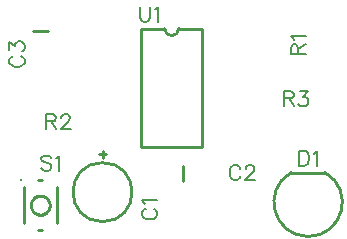
<source format=gbr>
G04 DipTrace 3.2.0.1*
G04 TopSilk.gbr*
%MOMM*%
G04 #@! TF.FileFunction,Legend,Top*
G04 #@! TF.Part,Single*
%ADD10C,0.25*%
%ADD25O,0.29988X0.3*%
%ADD53C,0.19608*%
%FSLAX35Y35*%
G04*
G71*
G90*
G75*
G01*
G04 TopSilk*
%LPD*%
X-775936Y696314D2*
D10*
G02X-775936Y696314I0J249990D01*
G01*
X-805934Y1266314D2*
X-745937D1*
X-775936Y1296314D2*
Y1236314D1*
X-90452Y1040553D2*
Y1170453D1*
X-1367825Y2313754D2*
X-1237925D1*
X819707Y1111163D2*
X1110430D1*
G02X819707Y1111163I-145362J-250435D01*
G01*
X-1383111Y835700D2*
X-1382916Y841280D1*
X-1382333Y846833D1*
X-1381363Y852332D1*
X-1380012Y857751D1*
X-1378287Y863061D1*
X-1376195Y868238D1*
X-1373748Y873257D1*
X-1370956Y878093D1*
X-1367834Y882722D1*
X-1364396Y887123D1*
X-1360660Y891272D1*
X-1356644Y895151D1*
X-1352366Y898740D1*
X-1347849Y902023D1*
X-1343114Y904982D1*
X-1338184Y907603D1*
X-1333083Y909874D1*
X-1327837Y911784D1*
X-1322469Y913323D1*
X-1317008Y914484D1*
X-1311479Y915261D1*
X-1305909Y915651D1*
X-1300325D1*
X-1294755Y915261D1*
X-1289226Y914484D1*
X-1283765Y913323D1*
X-1278397Y911784D1*
X-1273151Y909874D1*
X-1268050Y907603D1*
X-1263120Y904982D1*
X-1258385Y902023D1*
X-1253868Y898740D1*
X-1249590Y895151D1*
X-1245574Y891272D1*
X-1241838Y887123D1*
X-1238400Y882722D1*
X-1235278Y878093D1*
X-1232486Y873257D1*
X-1230039Y868238D1*
X-1227947Y863061D1*
X-1226222Y857751D1*
X-1224871Y852332D1*
X-1223901Y846833D1*
X-1223318Y841280D1*
X-1223123Y835700D1*
X-1223318Y830119D1*
X-1223901Y824566D1*
X-1224871Y819067D1*
X-1226222Y813649D1*
X-1227947Y808338D1*
X-1230039Y803161D1*
X-1232486Y798142D1*
X-1235278Y793306D1*
X-1238400Y788677D1*
X-1241838Y784277D1*
X-1245574Y780127D1*
X-1249590Y776248D1*
X-1253868Y772659D1*
X-1258385Y769377D1*
X-1263120Y766417D1*
X-1268050Y763796D1*
X-1273151Y761525D1*
X-1278397Y759615D1*
X-1283765Y758076D1*
X-1289226Y756915D1*
X-1294755Y756138D1*
X-1300325Y755748D1*
X-1305909D1*
X-1311479Y756138D1*
X-1317008Y756915D1*
X-1322469Y758076D1*
X-1327837Y759615D1*
X-1333083Y761525D1*
X-1338184Y763796D1*
X-1343114Y766417D1*
X-1347849Y769377D1*
X-1352366Y772659D1*
X-1356644Y776248D1*
X-1360660Y780127D1*
X-1364396Y784277D1*
X-1367834Y788677D1*
X-1370956Y793306D1*
X-1373748Y798142D1*
X-1376195Y803161D1*
X-1378287Y808338D1*
X-1380012Y813649D1*
X-1381363Y819067D1*
X-1382333Y824566D1*
X-1382916Y830119D1*
X-1383111Y835700D1*
X-1163115Y685700D2*
Y985700D1*
X-1443119Y685700D2*
Y735700D1*
Y985700D1*
X-1318127Y625700D2*
X-1288107D1*
X-1318127Y1045700D2*
X-1288107D1*
D25*
X-1463121Y1050700D3*
X69511Y2331288D2*
D10*
Y1331288D1*
X-450511D2*
X69511D1*
X-450511Y2331288D2*
Y1331288D1*
Y2331288D2*
X-250510D1*
X69511D2*
X-130490D1*
X-250510D2*
G03X-130490Y2331288I60010J10D01*
G01*
X-410608Y805823D2*
D53*
X-422681Y799787D1*
X-434895Y787573D1*
X-440931Y775500D1*
Y751214D1*
X-434895Y739000D1*
X-422681Y726927D1*
X-410608Y720750D1*
X-392358Y714714D1*
X-361895D1*
X-343785Y720750D1*
X-331572Y726927D1*
X-319499Y739000D1*
X-313322Y751214D1*
Y775500D1*
X-319499Y787573D1*
X-331572Y799787D1*
X-343785Y805823D1*
X-416504Y845039D2*
X-422681Y857252D1*
X-440791Y875502D1*
X-313322D1*
X390485Y1145666D2*
X384448Y1157740D1*
X372235Y1169953D1*
X360162Y1175990D1*
X335875D1*
X323662Y1169953D1*
X311589Y1157740D1*
X305412Y1145666D1*
X299375Y1127416D1*
Y1096953D1*
X305412Y1078843D1*
X311589Y1066630D1*
X323662Y1054557D1*
X335875Y1048380D1*
X360162D1*
X372235Y1054557D1*
X384448Y1066630D1*
X390485Y1078843D1*
X435877Y1145526D2*
Y1151563D1*
X441914Y1163776D1*
X447951Y1169813D1*
X460164Y1175849D1*
X484451D1*
X496524Y1169813D1*
X502560Y1163776D1*
X508737Y1151563D1*
Y1139490D1*
X502560Y1127276D1*
X490487Y1109166D1*
X429701Y1048380D1*
X514774D1*
X-1533538Y2098242D2*
X-1545611Y2092206D1*
X-1557825Y2079992D1*
X-1563861Y2067919D1*
Y2043633D1*
X-1557825Y2031419D1*
X-1545611Y2019346D1*
X-1533538Y2013169D1*
X-1515288Y2007133D1*
X-1484825D1*
X-1466715Y2013169D1*
X-1454502Y2019346D1*
X-1442428Y2031419D1*
X-1436251Y2043633D1*
Y2067919D1*
X-1442428Y2079992D1*
X-1454501Y2092206D1*
X-1466715Y2098242D1*
X-1563721Y2149671D2*
Y2216354D1*
X-1515148Y2179994D1*
Y2198244D1*
X-1509111Y2210317D1*
X-1503075Y2216354D1*
X-1484825Y2222531D1*
X-1472752D1*
X-1454502Y2216354D1*
X-1442288Y2204281D1*
X-1436252Y2186031D1*
Y2167781D1*
X-1442288Y2149671D1*
X-1448465Y2143635D1*
X-1460538Y2137458D1*
X887693Y1297150D2*
Y1169540D1*
X930229D1*
X948479Y1175717D1*
X960693Y1187790D1*
X966729Y1200004D1*
X972766Y1218113D1*
Y1248577D1*
X966729Y1266827D1*
X960693Y1278900D1*
X948479Y1291113D1*
X930229Y1297150D1*
X887693D1*
X1011981Y1272723D2*
X1024195Y1278900D1*
X1042445Y1297009D1*
Y1169540D1*
X879300Y2113624D2*
Y2168234D1*
X873123Y2186484D1*
X867087Y2192661D1*
X855014Y2198697D1*
X842800D1*
X830727Y2192661D1*
X824550Y2186484D1*
X818513Y2168234D1*
Y2113624D1*
X946123D1*
X879300Y2156161D2*
X946123Y2198697D1*
X842940Y2237913D2*
X836764Y2250126D1*
X818654Y2268376D1*
X946123D1*
X-1254884Y1545626D2*
X-1200274D1*
X-1182024Y1551803D1*
X-1175847Y1557840D1*
X-1169810Y1569913D1*
Y1582126D1*
X-1175847Y1594199D1*
X-1182024Y1600376D1*
X-1200274Y1606413D1*
X-1254884D1*
Y1478803D1*
X-1212347Y1545626D2*
X-1169810Y1478803D1*
X-1124418Y1575949D2*
Y1581986D1*
X-1118381Y1594199D1*
X-1112345Y1600236D1*
X-1100131Y1606272D1*
X-1075845D1*
X-1063772Y1600236D1*
X-1057735Y1594199D1*
X-1051558Y1581986D1*
Y1569913D1*
X-1057735Y1557699D1*
X-1069808Y1539590D1*
X-1130595Y1478803D1*
X-1045522D1*
X757533Y1739064D2*
X812143D1*
X830393Y1745241D1*
X836570Y1751278D1*
X842606Y1763351D1*
Y1775564D1*
X836570Y1787638D1*
X830393Y1793814D1*
X812143Y1799851D1*
X757533D1*
Y1672241D1*
X800070Y1739064D2*
X842606Y1672241D1*
X894035Y1799711D2*
X960718D1*
X924358Y1751138D1*
X942608D1*
X954681Y1745101D1*
X960718Y1739064D1*
X966895Y1720814D1*
Y1708741D1*
X960718Y1690491D1*
X948645Y1678278D1*
X930395Y1672241D1*
X912145D1*
X894035Y1678278D1*
X887999Y1684455D1*
X881822Y1696528D1*
X-1209923Y1237552D2*
X-1221996Y1249766D1*
X-1240246Y1255802D1*
X-1264533D1*
X-1282783Y1249766D1*
X-1294996Y1237552D1*
Y1225479D1*
X-1288819Y1213266D1*
X-1282783Y1207229D1*
X-1270709Y1201193D1*
X-1234209Y1188979D1*
X-1221996Y1182943D1*
X-1215959Y1176766D1*
X-1209923Y1164693D1*
Y1146443D1*
X-1221996Y1134370D1*
X-1240246Y1128193D1*
X-1264533D1*
X-1282783Y1134370D1*
X-1294996Y1146443D1*
X-1170707Y1231375D2*
X-1158494Y1237552D1*
X-1140244Y1255662D1*
Y1128193D1*
X-458376Y2517275D2*
Y2426165D1*
X-452340Y2407915D1*
X-440126Y2395842D1*
X-421876Y2389665D1*
X-409803D1*
X-391553Y2395842D1*
X-379340Y2407915D1*
X-373303Y2426165D1*
Y2517275D1*
X-334087Y2492848D2*
X-321874Y2499025D1*
X-303624Y2517135D1*
Y2389665D1*
M02*

</source>
